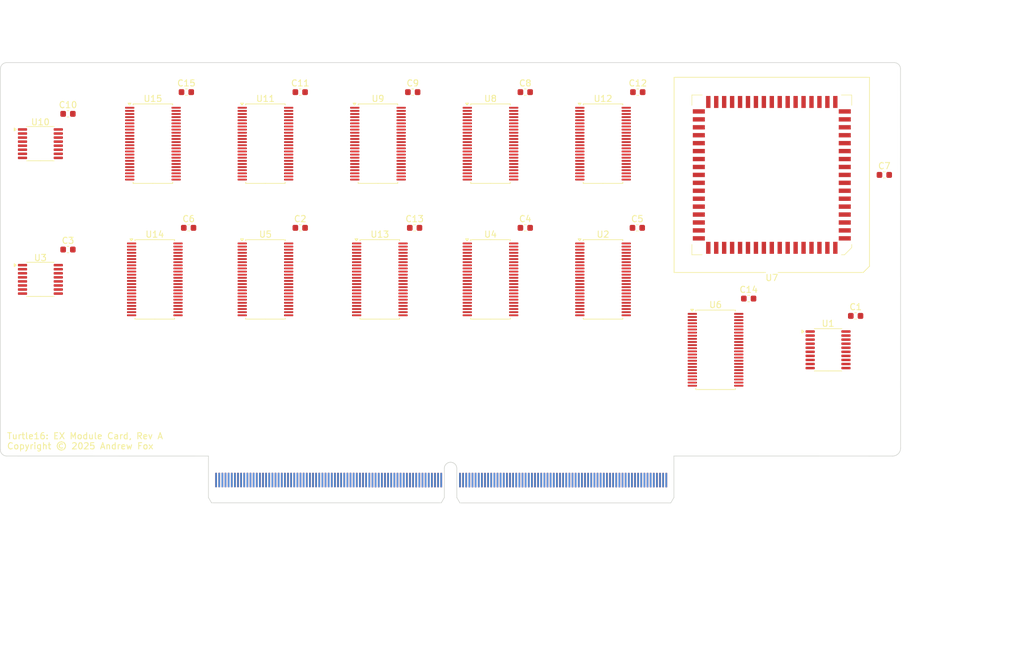
<source format=kicad_pcb>
(kicad_pcb (version 20241229) (generator "pcbnew") (generator_version "9.0")
  (title_block (title "Turtle16: EX Module Card") (date "2025-07-12") (rev "A") (comment 4 "EX stage of the pipeline"))
  (layers (0 "F.Cu" signal) (4 "In1.Cu" power) (6 "In2.Cu" signal) (8 "In3.Cu" power) (10 "In4.Cu" power) (12 "In5.Cu" signal) (14 "In6.Cu" power) (2 "B.Cu" signal) (13 "F.Paste" user) (15 "B.Paste" user) (5 "F.SilkS" user "F.Silkscreen") (7 "B.SilkS" user "B.Silkscreen") (1 "F.Mask" user) (3 "B.Mask" user) (25 "Edge.Cuts" user))
  (net 0 "")
  (net 1 "GND")
  (net 2 "VCC")
  (net 3 "/EX/ALU/OVF")
  (net 4 "/OVF")
  (net 5 "/Y_EX15")
  (net 6 "/N")
  (net 7 "/Z")
  (net 8 "/Ctl_EX5")
  (net 9 "/EX/ALU/Z")
  (net 11 "/EX/ALU/C16")
  (net 12 "/Carry")
  (net 13 "/EX/ALU/RightOp4")
  (net 14 "/EX/ALU/RightOp1")
  (net 15 "/EX/ALU/RightOp9")
  (net 16 "/EX/ALU/RightOp3")
  (net 17 "/EX/ALU/RightOp7")
  (net 18 "/EX/ALU/RightOp8")
  (net 19 "/EX/ALU/RightOp0")
  (net 20 "/EX/ALU/RightOp5")
  (net 21 "/EX/ALU/RightOp2")
  (net 22 "/EX/ALU/RightOp6")
  (net 23 "/EX/ALU/RightOp10")
  (net 24 "/EX/ALU/RightOp12")
  (net 25 "/EX/ALU/RightOp13")
  (net 26 "/EX/ALU/RightOp11")
  (net 27 "/Ctl_EX4")
  (net 28 "/Ctl_EX3")
  (net 29 "/Ins_EX10")
  (net 30 "/Ins_EX8")
  (net 31 "/Ins_EX5")
  (net 32 "/Ins_EX9")
  (net 33 "/Ins_EX0")
  (net 34 "/EX/ALU/RightOp14")
  (net 35 "/EX/ALU/RightOp15")
  (net 36 "/Ins_EX4")
  (net 37 "/Ins_EX1")
  (net 38 "/Ins_EX3")
  (net 39 "/Ins_EX6")
  (net 40 "/Ins_EX7")
  (net 41 "/Ins_EX2")
  (net 42 "/EX/sheet5FD8D6EA/StoreOp_EX9")
  (net 43 "/EX/sheet5FD8D6EA/StoreOp_EX4")
  (net 44 "/EX/sheet5FD8D6EA/StoreOp_EX8")
  (net 45 "/EX/sheet5FD8D6EA/StoreOp_EX3")
  (net 46 "/EX/sheet5FD8D6EA/StoreOp_EX0")
  (net 47 "/EX/sheet5FD8D6EA/StoreOp_EX5")
  (net 48 "/EX/sheet5FD8D6EA/StoreOp_EX6")
  (net 49 "/EX/sheet5FD8D6EA/StoreOp_EX2")
  (net 50 "/EX/sheet5FD8D6EA/StoreOp_EX7")
  (net 51 "/EX/sheet5FD8D6EA/StoreOp_EX1")
  (net 52 "/Ctl_EX1")
  (net 53 "/Ctl_EX2")
  (net 54 "/PC_EX10")
  (net 55 "/PC_EX4")
  (net 56 "/PC_EX11")
  (net 57 "/EX/sheet5FD8D6EA/StoreOp_EX12")
  (net 58 "/PC_EX1")
  (net 59 "/PC_EX14")
  (net 60 "/PC_EX6")
  (net 61 "/PC_EX9")
  (net 62 "/PC_EX2")
  (net 63 "/PC_EX13")
  (net 64 "/EX/sheet5FD8D6EA/StoreOp_EX10")
  (net 65 "/PC_EX7")
  (net 66 "/EX/sheet5FD8D6EA/StoreOp_EX13")
  (net 67 "/EX/sheet5FD8D6EA/StoreOp_EX15")
  (net 68 "/PC_EX8")
  (net 69 "/PC_EX3")
  (net 70 "/PC_EX12")
  (net 71 "/EX/sheet5FD8D6EA/StoreOp_EX11")
  (net 72 "/PC_EX5")
  (net 73 "/PC_EX15")
  (net 74 "/PC_EX0")
  (net 75 "/EX/sheet5FD8D6EA/StoreOp_EX14")
  (net 76 "/A8")
  (net 77 "/A3")
  (net 78 "/A7")
  (net 79 "/A10")
  (net 80 "/A4")
  (net 81 "/A0")
  (net 82 "/A13")
  (net 83 "/A9")
  (net 84 "/A11")
  (net 85 "/A12")
  (net 86 "/A2")
  (net 87 "/A5")
  (net 88 "/A6")
  (net 89 "/A1")
  (net 90 "/Ctl_EX18")
  (net 92 "/SelC_MEM0")
  (net 95 "/Ctl_MEM16")
  (net 96 "/Ctl_MEM15")
  (net 97 "/Ctl_EX17")
  (net 98 "/SelC_MEM2")
  (net 99 "/Ctl_EX15")
  (net 100 "/Ctl_MEM20")
  (net 101 "/Ctl_EX14")
  (net 102 "/Ctl_EX19")
  (net 103 "/Ctl_MEM19")
  (net 104 "/SelC_MEM1")
  (net 105 "/Ctl_EX20")
  (net 106 "/Ctl_MEM17")
  (net 107 "/Ctl_MEM18")
  (net 108 "/Ctl_MEM14")
  (net 109 "/Ctl_EX16")
  (net 110 "/StoreOp_MEM10")
  (net 111 "/StoreOp_MEM1")
  (net 112 "/StoreOp_MEM3")
  (net 113 "/StoreOp_MEM12")
  (net 114 "/StoreOp_MEM9")
  (net 115 "/StoreOp_MEM14")
  (net 116 "/StoreOp_MEM2")
  (net 117 "/StoreOp_MEM11")
  (net 118 "/StoreOp_MEM7")
  (net 119 "/StoreOp_MEM4")
  (net 120 "/StoreOp_MEM15")
  (net 121 "/StoreOp_MEM13")
  (net 122 "/StoreOp_MEM8")
  (net 123 "/StoreOp_MEM0")
  (net 124 "/StoreOp_MEM6")
  (net 125 "/StoreOp_MEM5")
  (net 126 "/Y_MEM10")
  (net 127 "/Y_MEM13")
  (net 128 "/Y_EX5")
  (net 129 "/Y_MEM15")
  (net 130 "/Y_MEM0")
  (net 131 "/Y_MEM11")
  (net 132 "/Y_MEM3")
  (net 133 "/Y_MEM7")
  (net 134 "/Y_MEM8")
  (net 135 "/Y_MEM2")
  (net 136 "/Y_EX6")
  (net 137 "/Y_EX9")
  (net 138 "/Y_MEM12")
  (net 139 "/Y_EX10")
  (net 140 "/Y_EX1")
  (net 141 "/Y_EX8")
  (net 142 "/Y_EX0")
  (net 143 "/Y_MEM14")
  (net 144 "/Y_EX2")
  (net 145 "/Y_EX13")
  (net 146 "/Y_EX14")
  (net 147 "/Y_MEM6")
  (net 148 "/Y_EX7")
  (net 149 "/Y_EX12")
  (net 150 "/Y_EX4")
  (net 151 "/Y_MEM5")
  (net 152 "/Y_MEM1")
  (net 153 "/Y_EX11")
  (net 154 "/Y_MEM4")
  (net 155 "/Y_MEM9")
  (net 156 "/Y_EX3")
  (net 157 "/Phi1e")
  (net 161 "/B11")
  (net 162 "/B5")
  (net 163 "/B3")
  (net 164 "/B13")
  (net 165 "/B7")
  (net 166 "Net-(U2-1~{OE})")
  (net 167 "/B12")
  (net 168 "/B0")
  (net 169 "/B10")
  (net 170 "/B6")
  (net 171 "/B9")
  (net 172 "/B2")
  (net 173 "/B8")
  (net 174 "/B4")
  (net 175 "/B14")
  (net 176 "/B1")
  (net 177 "/B15")
  (net 178 "/A15")
  (net 179 "/Ctl_EX7")
  (net 180 "/Ctl_EX11")
  (net 181 "/Ctl_EX9")
  (net 182 "/Ctl_EX10")
  (net 183 "/A14")
  (net 184 "/Ctl_EX6")
  (net 185 "/Ctl_EX8")
  (net 188 "Net-(U3-O3)")
  (net 191 "Net-(U3-O1)")
  (net 192 "Net-(U3-O2)")
  (net 195 "Net-(U10-O0)")
  (net 196 "Net-(U10-O1)")
  (net 198 "Net-(U10-O3)")
  (net 200 "Net-(U10-O2)")
  (net 210 "/Ctl_EX12")
  (net 211 "/Ctl_EX0")
  (net 212 "/Ctl_EX13")
  (footprint "Package_SO:TSSOP-48_6.1x12.5mm_P0.5mm" (layer "F.Cu") (at 161.19 90.725)
    (property "Reference" "U2")
    (property "Value" "74ABT16245")
  )
  (footprint "Package_SO:TSSOP-48_6.1x12.5mm_P0.5mm" (layer "F.Cu") (at 125.49 90.725)
    (property "Reference" "U13")
    (property "Value" "74ABT16374")
  )
  (footprint "Package_SO:TSSOP-48_6.1x12.5mm_P0.5mm" (layer "F.Cu") (at 89.19 69)
    (property "Reference" "U15")
    (property "Value" "74ABT16374")
  )
  (footprint "Capacitor_SMD:C_0603_1608Metric" (layer "F.Cu") (at 130.7525 60.75)
    (property "Reference" "C9")
    (property "Value" "0.1uF")
  )
  (footprint "Capacitor_SMD:C_0603_1608Metric" (layer "F.Cu") (at 75.6025 85.95)
    (property "Reference" "C3")
    (property "Value" "0.1uF")
  )
  (footprint "Capacitor_SMD:C_0603_1608Metric" (layer "F.Cu") (at 131.0525 82.475)
    (property "Reference" "C13")
    (property "Value" "0.1uF")
  )
  (footprint "Capacitor_SMD:C_0603_1608Metric" (layer "F.Cu") (at 94.9025 82.475)
    (property "Reference" "C6")
    (property "Value" "0.1uF")
  )
  (footprint "Package_SO:TSSOP-48_6.1x12.5mm_P0.5mm" (layer "F.Cu") (at 107.19 90.725)
    (property "Reference" "U5")
    (property "Value" "74ABT16245")
  )
  (footprint "Capacitor_SMD:C_0603_1608Metric" (layer "F.Cu") (at 166.7525 60.75)
    (property "Reference" "C12")
    (property "Value" "0.1uF")
  )
  (footprint "Capacitor_SMD:C_0603_1608Metric" (layer "F.Cu") (at 184.49 93.8)
    (property "Reference" "C14")
    (property "Value" "0.1uF")
  )
  (footprint "Package_SO:TSSOP-48_6.1x12.5mm_P0.5mm" (layer "F.Cu") (at 179.19 102)
    (property "Reference" "U6")
    (property "Value" "74ABT16245")
  )
  (footprint "Capacitor_SMD:C_0603_1608Metric" (layer "F.Cu") (at 75.6025 64.225)
    (property "Reference" "C10")
    (property "Value" "0.1uF")
  )
  (footprint "Package_LCC:PLCC-68_SMD-Socket" (layer "F.Cu") (at 188.19 74 180)
    (property "Reference" "U7")
    (property "Value" "IDT7381")
  )
  (footprint "Package_SO:TSSOP-16_4.4x5mm_P0.65mm" (layer "F.Cu") (at 71.19 90.725)
    (property "Reference" "U3")
    (property "Value" "74AHCT138")
  )
  (footprint "Capacitor_SMD:C_0603_1608Metric" (layer "F.Cu") (at 94.54 60.75)
    (property "Reference" "C15")
    (property "Value" "0.1uF")
  )
  (footprint "Package_SO:TSSOP-48_6.1x12.5mm_P0.5mm" (layer "F.Cu") (at 107.19 69)
    (property "Reference" "U11")
    (property "Value" "74ABT16245")
  )
  (footprint "Capacitor_SMD:C_0603_1608Metric" (layer "F.Cu") (at 148.7525 82.475)
    (property "Reference" "C4")
    (property "Value" "0.1uF")
  )
  (footprint "Capacitor_SMD:C_0603_1608Metric" (layer "F.Cu") (at 206.19 74)
    (property "Reference" "C7")
    (property "Value" "0.1uF")
  )
  (footprint "Turtle16:MEC5-140-01-L-DV-W1-K_Edge" (layer "F.Cu") (at 136.805 121)
    (property "Reference" "J1" (hide yes))
    (property "Value" "MEC5-140-01-L-DV-W1-K")
  )
  (footprint "Capacitor_SMD:C_0603_1608Metric" (layer "F.Cu") (at 201.6025 96.575)
    (property "Reference" "C1")
    (property "Value" "0.1uF")
  )
  (footprint "Package_SO:TSSOP-48_6.1x12.5mm_P0.5mm" (layer "F.Cu") (at 143.19 69)
    (property "Reference" "U8")
    (property "Value" "74ABT16245")
  )
  (footprint "Package_SO:TSSOP-48_6.1x12.5mm_P0.5mm" (layer "F.Cu") (at 89.49 90.725)
    (property "Reference" "U14")
    (property "Value" "74ABT16374")
  )
  (footprint "Capacitor_SMD:C_0603_1608Metric" (layer "F.Cu") (at 112.7525 60.75)
    (property "Reference" "C11")
    (property "Value" "0.1uF")
  )
  (footprint "Package_SO:TSSOP-48_6.1x12.5mm_P0.5mm" (layer "F.Cu") (at 143.19 90.725)
    (property "Reference" "U4")
    (property "Value" "74ABT16245")
  )
  (footprint "Capacitor_SMD:C_0603_1608Metric" (layer "F.Cu") (at 148.7525 60.75)
    (property "Reference" "C8")
    (property "Value" "0.1uF")
  )
  (footprint "Capacitor_SMD:C_0603_1608Metric" (layer "F.Cu") (at 166.6775 82.475)
    (property "Reference" "C5")
    (property "Value" "0.1uF")
  )
  (footprint "Package_SO:TSSOP-16_4.4x5mm_P0.65mm" (layer "F.Cu") (at 71.19 69)
    (property "Reference" "U10")
    (property "Value" "74AHCT138")
  )
  (footprint "Capacitor_SMD:C_0603_1608Metric" (layer "F.Cu") (at 112.7525 82.475)
    (property "Reference" "C2")
    (property "Value" "0.1uF")
  )
  (footprint "Package_SO:TSSOP-20_4.4x6.5mm_P0.65mm" (layer "F.Cu") (at 197.19 102)
    (property "Reference" "U1")
    (property "Value" "74ABT377")
  )
  (footprint "Package_SO:TSSOP-48_6.1x12.5mm_P0.5mm" (layer "F.Cu") (at 161.19 69)
    (property "Reference" "U12")
    (property "Value" "74ABT16245")
  )
  (footprint "Package_SO:TSSOP-48_6.1x12.5mm_P0.5mm" (layer "F.Cu") (at 125.19 69)
    (property "Reference" "U9")
    (property "Value" "74ABT16245")
  )
  (gr_line (start 64.794 117.99) (end 64.794 57.03) (stroke (width 0.1)) (layer "Edge.Cuts"))
  (gr_arc (start 65.794 118.999328) (mid 65.080297 118.703703) (end 64.784672 117.99) (stroke (width 0.1)) (layer "Edge.Cuts"))
  (gr_line (start 137.78 120.82) (end 137.8 120.9) (stroke (width 0.1)) (layer "Edge.Cuts"))
  (gr_line (start 137.18 120.07) (end 137.36 120.17) (stroke (width 0.1)) (layer "Edge.Cuts"))
  (gr_line (start 98.57 126.5) (end 135.32 126.5) (stroke (width 0.1)) (layer "Edge.Cuts"))
  (gr_line (start 137.64 120.45) (end 137.74 120.64) (stroke (width 0.1)) (layer "Edge.Cuts"))
  (gr_line (start 135.32 126.5) (end 135.8 125.66) (stroke (width 0.1)) (layer "Edge.Cuts"))
  (gr_line (start 207.526062 119.006) (end 172.53 119) (stroke (width 0.1)) (layer "Edge.Cuts"))
  (gr_line (start 137 120.02) (end 137.18 120.07) (stroke (width 0.1)) (layer "Edge.Cuts"))
  (gr_line (start 135.8 121) (end 135.81 120.86) (stroke (width 0.1)) (layer "Edge.Cuts"))
  (gr_arc (start 64.794 57.03) (mid 65.086893 56.322893) (end 65.794 56.03) (stroke (width 0.1)) (layer "Edge.Cuts"))
  (gr_line (start 172.03 126.51) (end 171.62 126.51) (stroke (width 0.1)) (layer "Edge.Cuts"))
  (gr_line (start 98.07 119.01) (end 65.794 118.999328) (stroke (width 0.1)) (layer "Edge.Cuts"))
  (gr_line (start 137.36 120.17) (end 137.52 120.3) (stroke (width 0.1)) (layer "Edge.Cuts"))
  (gr_line (start 98.07 119.01) (end 98.07 125.65) (stroke (width 0.1)) (layer "Edge.Cuts"))
  (gr_line (start 137.8 125.64) (end 137.81 125.67) (stroke (width 0.1)) (layer "Edge.Cuts"))
  (gr_line (start 135.85 120.69) (end 135.93 120.51) (stroke (width 0.1)) (layer "Edge.Cuts"))
  (gr_line (start 98.07 125.65) (end 98.57 126.5) (stroke (width 0.1)) (layer "Edge.Cuts"))
  (gr_line (start 137.74 120.64) (end 137.78 120.82) (stroke (width 0.1)) (layer "Edge.Cuts"))
  (gr_line (start 65.794 56.03) (end 207.78 56.03) (stroke (width 0.1)) (layer "Edge.Cuts"))
  (gr_line (start 136.46 120.05) (end 136.67 120.01) (stroke (width 0.1)) (layer "Edge.Cuts"))
  (gr_arc (start 208.796 117.748499) (mid 208.419657 118.638434) (end 207.526062 119.006) (stroke (width 0.1)) (layer "Edge.Cuts"))
  (gr_line (start 136.67 120.01) (end 136.82 120) (stroke (width 0.1)) (layer "Edge.Cuts"))
  (gr_line (start 138.3 126.51) (end 137.81 125.67) (stroke (width 0.1)) (layer "Edge.Cuts"))
  (gr_line (start 136.82 120) (end 137 120.02) (stroke (width 0.1)) (layer "Edge.Cuts"))
  (gr_line (start 172.53 125.65) (end 172.03 126.51) (stroke (width 0.1)) (layer "Edge.Cuts"))
  (gr_line (start 137.52 120.3) (end 137.64 120.45) (stroke (width 0.1)) (layer "Edge.Cuts"))
  (gr_line (start 135.81 120.86) (end 135.85 120.69) (stroke (width 0.1)) (layer "Edge.Cuts"))
  (gr_line (start 137.8 121) (end 137.8 125.64) (stroke (width 0.1)) (layer "Edge.Cuts"))
  (gr_line (start 136.23 120.18) (end 136.46 120.05) (stroke (width 0.1)) (layer "Edge.Cuts"))
  (gr_line (start 135.8 125.66) (end 135.8 121) (stroke (width 0.1)) (layer "Edge.Cuts"))
  (gr_line (start 171.62 126.51) (end 138.3 126.51) (stroke (width 0.1)) (layer "Edge.Cuts"))
  (gr_arc (start 207.78 56.03) (mid 208.487107 56.322893) (end 208.78 57.03) (stroke (width 0.1)) (layer "Edge.Cuts"))
  (gr_line (start 135.93 120.51) (end 136.05 120.34) (stroke (width 0.1)) (layer "Edge.Cuts"))
  (gr_line (start 136.05 120.34) (end 136.23 120.18) (stroke (width 0.1)) (layer "Edge.Cuts"))
  (gr_line (start 137.8 120.9) (end 137.8 121) (stroke (width 0.1)) (layer "Edge.Cuts"))
  (gr_line (start 172.53 119) (end 172.53 125.65) (stroke (width 0.1)) (layer "Edge.Cuts"))
  (gr_line (start 208.78 57.03) (end 208.796 117.748447) (stroke (width 0.1)) (layer "Edge.Cuts"))
  (gr_text "Turtle16: EX Module Card, Rev A\nCopyright © 2025 Andrew Fox" (at 65.778 118 0) (layer "F.SilkS") (effects (font (size 1 1)) (justify left bottom)))
)
</source>
